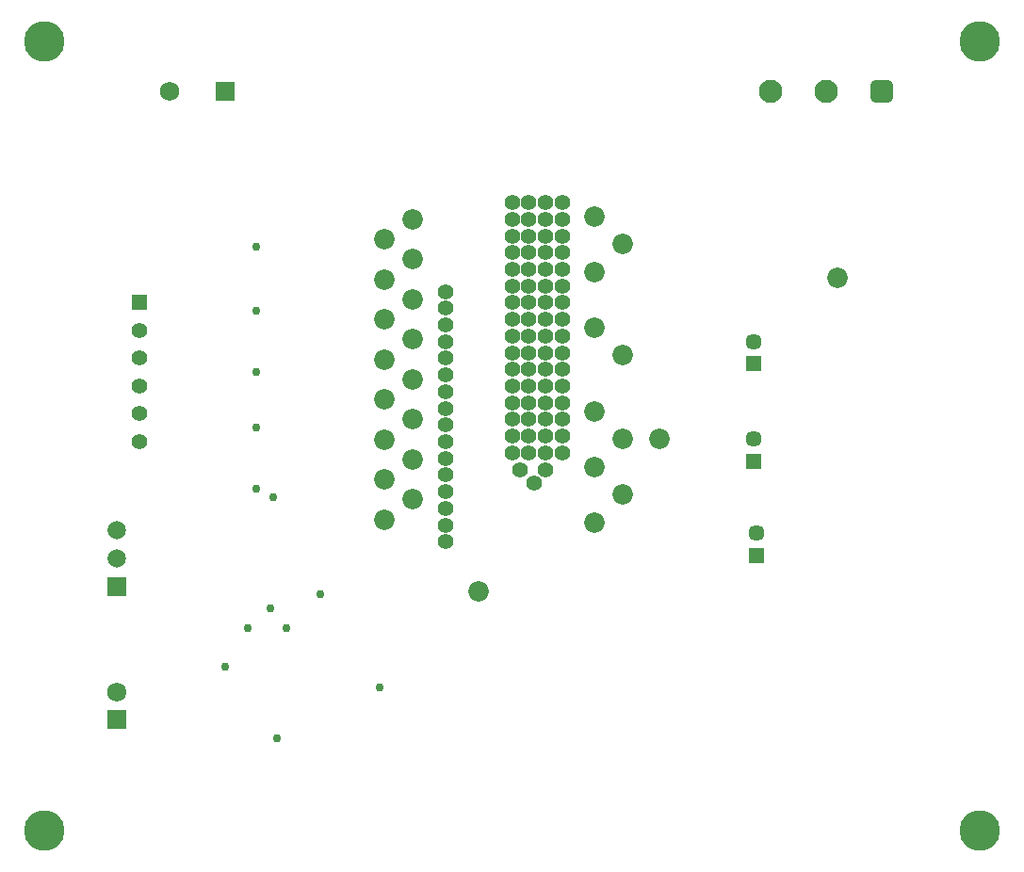
<source format=gbs>
G04*
G04 #@! TF.GenerationSoftware,Altium Limited,Altium Designer,23.4.1 (23)*
G04*
G04 Layer_Color=16711935*
%FSLAX44Y44*%
%MOMM*%
G71*
G04*
G04 #@! TF.SameCoordinates,23056885-4623-4C4A-AB4B-1A291C1D203A*
G04*
G04*
G04 #@! TF.FilePolarity,Negative*
G04*
G01*
G75*
%ADD35C,1.8450*%
%ADD36C,2.1000*%
G04:AMPARAMS|DCode=37|XSize=2.1mm|YSize=2.1mm|CornerRadius=0.5625mm|HoleSize=0mm|Usage=FLASHONLY|Rotation=180.000|XOffset=0mm|YOffset=0mm|HoleType=Round|Shape=RoundedRectangle|*
%AMROUNDEDRECTD37*
21,1,2.1000,0.9750,0,0,180.0*
21,1,0.9750,2.1000,0,0,180.0*
1,1,1.1250,-0.4875,0.4875*
1,1,1.1250,0.4875,0.4875*
1,1,1.1250,0.4875,-0.4875*
1,1,1.1250,-0.4875,-0.4875*
%
%ADD37ROUNDEDRECTD37*%
%ADD38C,1.7500*%
%ADD39R,1.7500X1.7500*%
%ADD40C,3.6500*%
%ADD41C,1.7250*%
%ADD42R,1.7250X1.7250*%
%ADD43R,1.4500X1.4500*%
%ADD44C,1.4500*%
%ADD45C,1.6580*%
%ADD46R,1.6580X1.6580*%
%ADD47C,1.4000*%
%ADD48R,1.4000X1.4000*%
%ADD49C,1.4200*%
%ADD50C,0.7500*%
D35*
X524500Y582500D02*
D03*
X549900Y557499D02*
D03*
X524500Y532500D02*
D03*
Y482500D02*
D03*
X549900Y457500D02*
D03*
X524500Y407500D02*
D03*
X549900Y382500D02*
D03*
X524500Y357500D02*
D03*
X549900Y332500D02*
D03*
X524500Y307499D02*
D03*
X335100Y310000D02*
D03*
X360500Y328000D02*
D03*
X335100Y346000D02*
D03*
X360500Y364000D02*
D03*
X335100Y382000D02*
D03*
X360500Y400000D02*
D03*
X335100Y418000D02*
D03*
X360500Y436000D02*
D03*
X335100Y453999D02*
D03*
X360500Y472000D02*
D03*
X335100Y490000D02*
D03*
X360500Y508000D02*
D03*
X335100Y526000D02*
D03*
X360500Y544000D02*
D03*
X335100Y562000D02*
D03*
X360500Y580000D02*
D03*
X420000Y245000D02*
D03*
X582500Y382500D02*
D03*
X742500Y527500D02*
D03*
D36*
X682503Y695000D02*
D03*
X732503D02*
D03*
D37*
X782502D02*
D03*
D38*
X142500Y695000D02*
D03*
D39*
X192500D02*
D03*
D40*
X30000Y740000D02*
D03*
Y30000D02*
D03*
X870000D02*
D03*
Y740000D02*
D03*
D41*
X95000Y155000D02*
D03*
D42*
Y130000D02*
D03*
D43*
X667500Y362500D02*
D03*
Y450000D02*
D03*
X670000Y277500D02*
D03*
D44*
X667500Y382500D02*
D03*
Y470000D02*
D03*
X670000Y297500D02*
D03*
D45*
X94750Y300000D02*
D03*
Y275000D02*
D03*
D46*
Y250000D02*
D03*
D47*
X115500Y379999D02*
D03*
Y405000D02*
D03*
Y430000D02*
D03*
Y454999D02*
D03*
Y480000D02*
D03*
D48*
Y504999D02*
D03*
D49*
X470000Y342500D02*
D03*
X390000Y320000D02*
D03*
Y305000D02*
D03*
Y290000D02*
D03*
Y335000D02*
D03*
Y425000D02*
D03*
Y410000D02*
D03*
Y395000D02*
D03*
Y350000D02*
D03*
Y365000D02*
D03*
Y380000D02*
D03*
Y470000D02*
D03*
Y455000D02*
D03*
Y440000D02*
D03*
Y485000D02*
D03*
Y500000D02*
D03*
Y515000D02*
D03*
X480000Y355000D02*
D03*
X457500D02*
D03*
X450000Y370000D02*
D03*
X465000D02*
D03*
X480000D02*
D03*
X495000D02*
D03*
X450000Y385000D02*
D03*
X465000D02*
D03*
X480000D02*
D03*
X495000D02*
D03*
X450000Y400000D02*
D03*
X465000D02*
D03*
X480000D02*
D03*
X495000D02*
D03*
X450000Y415000D02*
D03*
X465000D02*
D03*
X480000D02*
D03*
X495000D02*
D03*
X450000Y430000D02*
D03*
X465000D02*
D03*
X480000D02*
D03*
X495000D02*
D03*
X450000Y445000D02*
D03*
X465000D02*
D03*
X480000D02*
D03*
X495000D02*
D03*
X450000Y460000D02*
D03*
X465000D02*
D03*
X480000D02*
D03*
X495000D02*
D03*
X450000Y475000D02*
D03*
X465000D02*
D03*
X480000D02*
D03*
X495000D02*
D03*
X450000Y490000D02*
D03*
X465000D02*
D03*
X480000D02*
D03*
X495000D02*
D03*
X450000Y505000D02*
D03*
X465000D02*
D03*
X480000D02*
D03*
X495000D02*
D03*
X450000Y520000D02*
D03*
X465000D02*
D03*
X480000D02*
D03*
X495000D02*
D03*
X450000Y535000D02*
D03*
X465000D02*
D03*
X480000D02*
D03*
X495000D02*
D03*
X450000Y550000D02*
D03*
X465000D02*
D03*
X480000D02*
D03*
X495000D02*
D03*
X450000Y565000D02*
D03*
X465000D02*
D03*
X480000D02*
D03*
X495000D02*
D03*
X450000Y580000D02*
D03*
X465000D02*
D03*
X480000D02*
D03*
X495000D02*
D03*
Y595000D02*
D03*
X480000D02*
D03*
X465000D02*
D03*
X450000D02*
D03*
D50*
X232500Y230000D02*
D03*
X212500Y212500D02*
D03*
X277500Y242500D02*
D03*
X247250Y212250D02*
D03*
X192500Y177500D02*
D03*
X330750Y159250D02*
D03*
X235000Y330000D02*
D03*
X220000Y337500D02*
D03*
Y392500D02*
D03*
Y442500D02*
D03*
Y555000D02*
D03*
Y497500D02*
D03*
X238526Y113420D02*
D03*
M02*

</source>
